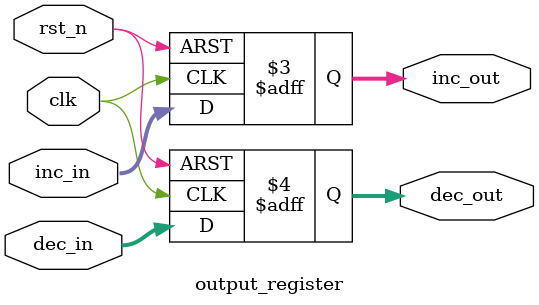
<source format=sv>
module arith_extend (
    input wire clk,        // 时钟信号
    input wire rst_n,      // 复位信号，低电平有效
    input wire [3:0] operand,
    output wire [4:0] inc,
    output wire [4:0] dec
);
    // 内部连接信号
    wire [3:0] operand_reg;
    wire [4:0] inc_calc;
    wire [4:0] dec_calc;
    
    // 实例化操作数寄存器模块
    operand_register operand_reg_inst (
        .clk(clk),
        .rst_n(rst_n),
        .operand_in(operand),
        .operand_out(operand_reg)
    );
    
    // 实例化计算模块
    arithmetic_calculator calc_inst (
        .clk(clk),
        .rst_n(rst_n),
        .operand(operand_reg),
        .inc_out(inc_calc),
        .dec_out(dec_calc)
    );
    
    // 实例化输出寄存器模块
    output_register out_reg_inst (
        .clk(clk),
        .rst_n(rst_n),
        .inc_in(inc_calc),
        .dec_in(dec_calc),
        .inc_out(inc),
        .dec_out(dec)
    );
endmodule

// 操作数寄存器模块
module operand_register (
    input wire clk,
    input wire rst_n,
    input wire [3:0] operand_in,
    output reg [3:0] operand_out
);
    always @(posedge clk or negedge rst_n) begin
        if (!rst_n) begin
            operand_out <= 4'b0;
        end else begin
            operand_out <= operand_in;
        end
    end
endmodule

// 算术计算模块
module arithmetic_calculator (
    input wire clk,
    input wire rst_n,
    input wire [3:0] operand,
    output reg [4:0] inc_out,
    output reg [4:0] dec_out
);
    always @(posedge clk or negedge rst_n) begin
        if (!rst_n) begin
            inc_out <= 5'b0;
            dec_out <= 5'b0;
        end else begin
            inc_out <= {1'b0, operand} + 5'b1;
            dec_out <= {1'b0, operand} - 5'b1;
        end
    end
endmodule

// 输出寄存器模块
module output_register (
    input wire clk,
    input wire rst_n,
    input wire [4:0] inc_in,
    input wire [4:0] dec_in,
    output reg [4:0] inc_out,
    output reg [4:0] dec_out
);
    always @(posedge clk or negedge rst_n) begin
        if (!rst_n) begin
            inc_out <= 5'b0;
            dec_out <= 5'b0;
        end else begin
            inc_out <= inc_in;
            dec_out <= dec_in;
        end
    end
endmodule
</source>
